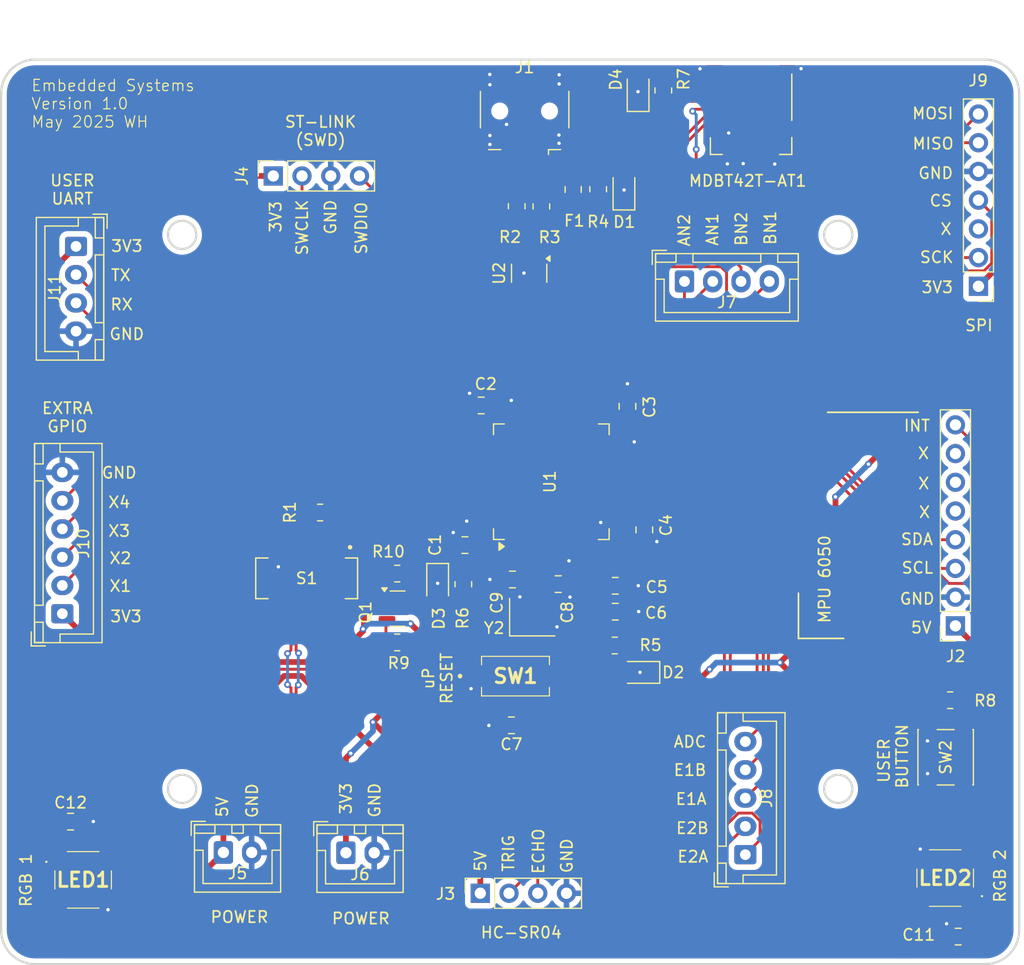
<source format=kicad_pcb>
(kicad_pcb (version 20241229) (generator "pcbnew") (generator_version "9.0")
  (layers (0 "F.Cu" signal) (2 "B.Cu" signal) (13 "F.Paste" user) (15 "B.Paste" user) (5 "F.SilkS" user "F.Silkscreen") (7 "B.SilkS" user "B.Silkscreen") (1 "F.Mask" user) (3 "B.Mask" user) (25 "Edge.Cuts" user))
  (net 0 "")
  (net 2 "/PS2_SCK")
  (net 3 "/PS2_MISO")
  (net 5 "/PS2_CS")
  (net 6 "/PS2_MOSI")
  (net 7 "Net-(U1-PA1)")
  (net 9 "/X4")
  (net 10 "/X3")
  (net 11 "/X1")
  (net 12 "/X2")
  (net 13 "/USER_TX")
  (net 16 "/USER_RX")
  (net 21 "/RESET")
  (net 28 "+3V3")
  (net 29 "GND")
  (net 33 "Net-(R1-Pad2)")
  (net 34 "/BOOT")
  (net 35 "/OSC_OUT")
  (net 36 "/OSC_IN")
  (net 37 "Net-(D1-A)")
  (net 39 "/D+")
  (net 40 "/D-")
  (net 41 "Net-(J1-VBUS)")
  (net 42 "/USB_CONN_D+")
  (net 43 "/USB_CONN_D-")
  (net 44 "Vusb")
  (net 45 "/USB_D+")
  (net 46 "/USB_D-")
  (net 47 "Net-(D2-A)")
  (net 48 "Net-(D3-A)")
  (net 49 "/USER_LED")
  (net 51 "+5V")
  (net 52 "/IMU_INT")
  (net 54 "/IMU_I2C_SCL")
  (net 56 "/IMU_I2C_SDA")
  (net 65 "Net-(D4-A)")
  (net 66 "/BL_WAKEUP")
  (net 67 "/BL_RX")
  (net 68 "/BL_TX")
  (net 69 "Net-(MDBT42T-AT1-INDICATOR)")
  (net 70 "/ULTRA_TRIG")
  (net 71 "/ULTRA_ECHO")
  (net 72 "/SWCLK")
  (net 73 "/SWDIO")
  (net 74 "/uBUTTON")
  (net 75 "/BN1")
  (net 76 "/AN1")
  (net 77 "/AN2")
  (net 78 "/BN2")
  (net 79 "/E2A")
  (net 80 "/E2B")
  (net 81 "/E1A")
  (net 82 "/E1B")
  (net 83 "/PWR_ADC")
  (net 84 "Net-(LED1-DOUT)")
  (net 85 "Net-(LED1-DIN)")
  (net 87 "/RGB_DIN")
  (footprint "Resistor_SMD:R_0805_2012Metric_Pad1.20x1.40mm_HandSolder" (layer "F.Cu") (at 137.68 42.715 -90)
    (property "Reference" "R2")
    (property "Value" "22")
  )
  (footprint "Package_QFP:LQFP-64_10x10mm_P0.5mm" (layer "F.Cu") (at 140.74 67.085 90)
    (property "Reference" "U1")
    (property "Value" "STM32F103RCTx")
  )
  (footprint "Resistor_SMD:R_0805_2012Metric_Pad1.20x1.40mm_HandSolder" (layer "F.Cu") (at 127.1175 81.3 180)
    (property "Reference" "R9")
    (property "Value" "10k")
  )
  (footprint "Resistor_SMD:R_0805_2012Metric_Pad1.20x1.40mm_HandSolder" (layer "F.Cu") (at 139.86 42.735 90)
    (property "Reference" "R3")
    (property "Value" "22")
  )
  (footprint "Capacitor_SMD:C_0805_2012Metric_Pad1.18x1.45mm_HandSolder" (layer "F.Cu") (at 98.2375 97.15)
    (property "Reference" "C12")
    (property "Value" "0.1uF")
  )
  (footprint "Connector_JST:JST_XH_B2B-XH-A_1x02_P2.50mm_Vertical" (layer "F.Cu") (at 122.58 99.9)
    (property "Reference" "J6")
    (property "Value" "CONN_3V3")
  )
  (footprint "Connector_PinHeader_2.54mm:PinHeader_1x07_P2.54mm_Vertical" (layer "F.Cu") (at 178.5 49.8 180)
    (property "Reference" "J9")
    (property "Value" "CONN_PS2")
  )
  (footprint "Connector_JST:JST_XH_B5B-XH-A_1x05_P2.50mm_Vertical" (layer "F.Cu") (at 157.89 100.07 90)
    (property "Reference" "J8")
    (property "Value" "CONN_HAL")
  )
  (footprint "Connector_PinSocket_2.54mm:PinSocket_1x08_P2.54mm_Vertical" (layer "F.Cu") (at 176.465 79.835 180)
    (property "Reference" "J2")
    (property "Value" "CONN_MPU6050")
  )
  (footprint "LED_SMD:LED_0805_2012Metric_Pad1.15x1.40mm_HandSolder" (layer "F.Cu") (at 148.41 32.475 90)
    (property "Reference" "D4")
    (property "Value" "BL_IND_LED")
  )
  (footprint "Package_TO_SOT_SMD:SOT-23" (layer "F.Cu") (at 127.1475 78.31)
    (property "Reference" "Q1")
    (property "Value" "BSS138")
  )
  (footprint "LED_SMD:LED_0805_2012Metric_Pad1.15x1.40mm_HandSolder" (layer "F.Cu") (at 130.69 76.18 -90)
    (property "Reference" "D3")
    (property "Value" "USER_LED")
  )
  (footprint "Resistor_SMD:R_0805_2012Metric_Pad1.20x1.40mm_HandSolder" (layer "F.Cu") (at 146.3475 81.57)
    (property "Reference" "R5")
    (property "Value" "10k")
  )
  (footprint "RGB_LED:INPI55TATPRPGPB" (layer "F.Cu") (at 99.35 102.3)
    (property "Reference" "LED1")
    (property "Value" "IN-PI55TATPRPGPB" (hide yes))
  )
  (footprint "Fuse:Fuse_0805_2012Metric_Pad1.15x1.40mm_HandSolder" (layer "F.Cu") (at 142.67 41.235 -90)
    (property "Reference" "F1")
    (property "Value" "PTCSMD")
  )
  (footprint "Capacitor_SMD:C_0805_2012Metric_Pad1.18x1.45mm_HandSolder" (layer "F.Cu") (at 137.3 75.73 180)
    (property "Reference" "C9")
    (property "Value" "22pF")
  )
  (footprint "Resistor_SMD:R_0805_2012Metric_Pad1.20x1.40mm_HandSolder" (layer "F.Cu") (at 127.1175 75.21 180)
    (property "Reference" "R10")
    (property "Value" "10k")
  )
  (footprint "Connector_PinSocket_2.54mm:PinSocket_1x04_P2.54mm_Vertical" (layer "F.Cu") (at 116.16 40.04 90)
    (property "Reference" "J4")
    (property "Value" "CONN_SWD")
  )
  (footprint "Resistor_SMD:R_0805_2012Metric_Pad1.20x1.40mm_HandSolder" (layer "F.Cu") (at 176 86.41)
    (property "Reference" "R8")
    (property "Value" "10k")
  )
  (footprint "Connector_JST:JST_XH_B4B-XH-A_1x04_P2.50mm_Vertical" (layer "F.Cu") (at 98.72 46.27 -90)
    (property "Reference" "J11")
    (property "Value" "CONN_UART")
  )
  (footprint "MDBT42T-AT:MDBT42T" (layer "F.Cu") (at 158.4 32.54)
    (property "Reference" "MDBT42T-AT1" (hide yes))
    (property "Value" "MDBT42T-AT" (hide yes))
  )
  (footprint "Capacitor_SMD:C_0805_2012Metric_Pad1.18x1.45mm_HandSolder" (layer "F.Cu") (at 134.54 60.34 180)
    (property "Reference" "C2")
    (property "Value" "0.1uF")
  )
  (footprint "Resistor_SMD:R_0805_2012Metric_Pad1.20x1.40mm_HandSolder" (layer "F.Cu") (at 132.96 76.15 -90)
    (property "Reference" "R6")
    (property "Value" "10k")
  )
  (footprint "Resistor_SMD:R_0805_2012Metric_Pad1.20x1.40mm_HandSolder" (layer "F.Cu") (at 150.64 32.475 90)
    (property "Reference" "R7")
    (property "Value" "10k")
  )
  (footprint "Capacitor_SMD:C_0805_2012Metric_Pad1.18x1.45mm_HandSolder" (layer "F.Cu") (at 148.96 71.34 -90)
    (property "Reference" "C4")
    (property "Value" "0.1uF")
  )
  (footprint "Package_TO_SOT_SMD:SOT-23-6" (layer "F.Cu") (at 138.78 48.6475 -90)
    (property "Reference" "U2")
    (property "Value" "USBLC6-2SC6")
  )
  (footprint "Capacitor_SMD:C_0805_2012Metric_Pad1.18x1.45mm_HandSolder" (layer "F.Cu") (at 146.39 76.29)
    (property "Reference" "C5")
    (property "Value" "0.1uF")
  )
  (footprint "Connector_PinSocket_2.54mm:PinSocket_1x04_P2.54mm_Vertical" (layer "F.Cu") (at 134.46 103.485 90)
    (property "Reference" "J3")
    (property "Value" "CONN_ULTRA")
  )
  (footprint "Connector_JST:JST_XH_B4B-XH-A_1x04_P2.50mm_Vertical" (layer "F.Cu") (at 152.51 49.37)
    (property "Reference" "J7")
    (property "Value" "CONN_DRIVE")
  )
  (footprint "Crystal:Crystal_SMD_Abracon_ABM8G-4Pin_3.2x2.5mm" (layer "F.Cu") (at 139.0525 79.07)
    (property "Reference" "Y2")
    (property "Value" "16MHz")
  )
  (footprint "SW_uP_Reset:SW_uP_Reset" (layer "F.Cu") (at 137.57 84.28)
    (property "Reference" "SW1")
    (property "Value" "SW_uP_Reset" (hide yes))
  )
  (footprint "Capacitor_SMD:C_0805_2012Metric_Pad1.18x1.45mm_HandSolder" (layer "F.Cu") (at 146.39 78.58)
    (property "Reference" "C6")
    (property "Value" "10uF")
  )
  (footprint "Connector_JST:JST_XH_B2B-XH-A_1x02_P2.50mm_Vertical" (layer "F.Cu") (at 111.75 99.875)
    (property "Reference" "J5")
    (property "Value" "CONN_5V")
  )
  (footprint "LED_SMD:LED_0805_2012Metric_Pad1.15x1.40mm_HandSolder" (layer "F.Cu") (at 148.4675 83.95 180)
    (property "Reference" "D2")
    (property "Value" "uP_PWR_LED")
  )
  (footprint "Capacitor_SMD:C_0805_2012Metric_Pad1.18x1.45mm_HandSolder" (layer "F.Cu") (at 133.1 72.69 180)
    (property "Reference" "C1")
    (property "Value" "0.1uF")
  )
  (footprint "RGB_LED:INPI55TATPRPGPB" (layer "F.Cu") (at 175.56 102.14 180)
    (property "Reference" "LED2")
    (property "Value" "IN-PI55TATPRPGPB" (hide yes))
  )
  (footprint "Capacitor_SMD:C_0805_2012Metric_Pad1.18x1.45mm_HandSolder" (layer "F.Cu") (at 141.35 76.14)
    (property "Reference" "C8")
    (property "Value" "22pF")
  )
  (footprint "Resistor_SMD:R_0805_2012Metric_Pad1.20x1.40mm_HandSolder" (layer "F.Cu") (at 120.3 69.81 180)
    (property "Reference" "R1")
    (property "Value" "10k")
  )
  (footprint "Connector_JST:JST_XH_B6B-XH-A_1x06_P2.50mm_Vertical" (layer "F.Cu") (at 97.51 78.76 90)
    (property "Reference" "J10")
    (property "Value" "CONN_TRACK")
  )
  (footprint "Capacitor_SMD:C_0805_2012Metric_Pad1.18x1.45mm_HandSolder" (layer "F.Cu") (at 147.47 60.42 90)
    (property "Reference" "C3")
    (property "Value" "0.1uF")
  )
  (footprint "Button_Switch_SMD:SW_SPST_PTS647_Sx50" (layer "F.Cu") (at 175.6 91.46 -90)
    (property "Reference" "SW2")
    (property "Value" "SW_USER")
  )
  (footprint "LED_SMD:LED_0805_2012Metric_Pad1.15x1.40mm_HandSolder" (layer "F.Cu") (at 147.16 41.185 90)
    (property "Reference" "D1")
    (property "Value" "USB_PWR_LED")
  )
  (footprint "SW_uP_Boot:SW_uP_Boot" (layer "F.Cu") (at 119.11 75.63 180)
    (property "Reference" "S1")
    (property "Value" "JS202011SCQN")
  )
  (footprint "Capacitor_SMD:C_0805_2012Metric_Pad1.18x1.45mm_HandSolder" (layer "F.Cu") (at 176.71 107.32 180)
    (property "Reference" "C11")
    (property "Value" "0.1uF")
  )
  (footprint "Connector_USB:USB_Mini-B_Lumberg_2486_01_Horizontal" (layer "F.Cu") (at 138.38 34.3 180)
    (property "Reference" "J1")
    (property "Value" "USB_B_Mini")
  )
  (footprint "Capacitor_SMD:C_0805_2012Metric_Pad1.18x1.45mm_HandSolder" (layer "F.Cu") (at 137.21 88.63 180)
    (property "Reference" "C7")
    (property "Value" "0.01uF")
  )
  (footprint "Resistor_SMD:R_0805_2012Metric_Pad1.20x1.40mm_HandSolder" (layer "F.Cu") (at 144.88 41.215 90)
    (property "Reference" "R4")
    (property "Value" "10k")
  )
  (gr_line (start 162.585 80.945) (end 166.585 80.945) (stroke (width 0.15)) (layer "F.SilkS"))
  (gr_line (start 162.585 80.945) (end 162.585 76.945) (stroke (width 0.15)) (layer "F.SilkS"))
  (gr_line (start 173.165 60.945) (end 165.165 60.945) (stroke (width 0.15)) (layer "F.SilkS"))
  (gr_arc (start 179.1 29.750001) (mid 181.22132 30.628681) (end 182.1 32.750001) (stroke (width 0.2)) (layer "Edge.Cuts"))
  (gr_arc (start 182.1 106.750001) (mid 181.22132 108.871321) (end 179.1 109.750001) (stroke (width 0.2)) (layer "Edge.Cuts"))
  (gr_line (start 179.1 29.750001) (end 95.100001 29.750001) (stroke (width 0.2)) (layer "Edge.Cuts"))
  (gr_circle (center 108.1 94.250001) (end 109.35 94.250001) (stroke (width 0.2)) (fill no) (layer "Edge.Cuts"))
  (gr_circle (center 108.1 45.250001) (end 109.35 45.250001) (stroke (width 0.2)) (fill no) (layer "Edge.Cuts"))
  (gr_line (start 179.1 109.750001) (end 95.100001 109.750001) (stroke (width 0.2)) (layer "Edge.Cuts"))
  (gr_arc (start 95.100001 109.750001) (mid 92.97868 108.871321) (end 92.1 106.75) (stroke (width 0.2)) (layer "Edge.Cuts"))
  (gr_arc (start 92.1 32.750002) (mid 92.97868 30.628681) (end 95.100001 29.750001) (stroke (width 0.2)) (layer "Edge.Cuts"))
  (gr_line (start 182.1 106.750001) (end 182.1 32.750001) (stroke (width 0.2)) (layer "Edge.Cuts"))
  (gr_circle (center 166.1 94.250001) (end 167.35 94.250001) (stroke (width 0.2)) (fill no) (layer "Edge.Cuts"))
  (gr_circle (center 166.1 45.250001) (end 167.35 45.250001) (stroke (width 0.2)) (fill no) (layer "Edge.Cuts"))
  (gr_line (start 92.1 106.75) (end 92.1 32.750002) (stroke (width 0.2)) (layer "Edge.Cuts"))
  (gr_text "5V" (at 111.65 95.84 90) (layer "F.SilkS") (effects (font (size 1 1))))
  (gr_text "X2" (at 102.65 73.85 0) (layer "F.SilkS") (effects (font (size 1 1))))
  (gr_text "ECHO" (at 139.6 99.77 90) (layer "F.SilkS") (effects (font (size 1 1))))
  (gr_text "E1B" (at 153 92.59 0) (layer "F.SilkS") (effects (font (size 1 1))))
  (gr_text "AN1" (at 154.98 44.77 90) (layer "F.SilkS") (effects (font (size 1 1))))
  (gr_text "X" (at 173.73 69.78 0) (layer "F.SilkS") (effects (font (size 1 1))))
  (gr_text "GND" (at 121.22 43.68 90) (layer "F.SilkS") (effects (font (size 1 1))))
  (gr_text "MOSI" (at 174.46 34.51 0) (layer "F.SilkS") (effects (font (size 1 1))))
  (gr_text "3V3" (at 103.22 46.24 0) (layer "F.SilkS") (effects (font (size 1 1))))
  (gr_text "E2A" (at 153.25 100.25 0) (layer "F.SilkS") (effects (font (size 1 1))))
  (gr_text "TX" (at 102.68 48.82 0) (layer "F.SilkS") (effects (font (size 1 1))))
  (gr_text "GND" (at 103.21 54.03 0) (layer "F.SilkS") (effects (font (size 1 1))))
  (gr_text "HC-SR04" (at 138.08 106.96 0) (layer "F.SilkS") (effects (font (size 1 1))))
  (gr_text "3V3" (at 116.37 43.65 90) (layer "F.SilkS") (effects (font (size 1 1))))
  (gr_text "E1A" (at 153.1 95.15 0) (layer "F.SilkS") (effects (font (size 1 1))))
  (gr_text "X" (at 175.63 44.74 0) (layer "F.SilkS") (effects (font (size 1 1))))
  (gr_text "RX" (at 102.75 51.41 0) (layer "F.SilkS") (effects (font (size 1 1))))
  (gr_text "X4" (at 102.54 68.9 0) (layer "F.SilkS") (effects (font (size 1 1))))
  (gr_text "SCL" (at 173.1 74.7 0) (layer "F.SilkS") (effects (font (size 1 1))))
  (gr_text "SDA" (at 173.06 72.18 0) (layer "F.SilkS") (effects (font (size 1 1))))
  (gr_text "POWER" (at 123.9 105.72 0) (layer "F.SilkS") (effects (font (size 1 1))))
  (gr_text "GND" (at 125.12 95.26 90) (layer "F.SilkS") (effects (font (size 1 1))))
  (gr_text "3V3" (at 174.86 49.89 0) (layer "F.SilkS") (effects (font (size 1 1))))
  (gr_text "GND" (at 114.29 95.3 90) (layer "F.SilkS") (effects (font (size 1 1))))
  (gr_text "3V3" (at 103.14 79 0) (layer "F.SilkS") (effects (font (size 1 1))))
  (gr_text "MPU 6050" (at 165.485 79.685 90) (layer "F.SilkS") (effects (font (size 1 1)) (justify left bottom)))
  (gr_text "ADC" (at 153 90.09 0) (layer "F.SilkS") (effects (font (size 1 1))))
  (gr_text "uP \nRESET " (at 130.68 84.1 90) (layer "F.SilkS") (effects (font (size 1 1))))
  (gr_text "RGB 1" (at 94.29 102.33 90) (layer "F.SilkS") (effects (font (size 1 1))))
  (gr_text "5V" (at 173.45 79.99 0) (layer "F.SilkS") (effects (font (size 1 1))))
  (gr_text "INT" (at 173.06 62.13 0) (layer "F.SilkS") (effects (font (size 1 1))))
  (gr_text "SWDIO" (at 123.94 44.66 90) (layer "F.SilkS") (effects (font (size 1 1))))
  (gr_text "GND" (at 173.08 77.44 0) (layer "F.SilkS") (effects (font (size 1 1))))
  (gr_text "3V3" (at 122.58 95.11 90) (layer "F.SilkS") (effects (font (size 1 1))))
  (gr_text "SCK" (at 174.81 47.23 0) (layer "F.SilkS") (effects (font (size 1 1))))
  (gr_text "USER\nUART" (at 98.4 41.25 0) (layer "F.SilkS") (effects (font (size 1 1))))
  (gr_text "TRIG" (at 136.95 99.95 90) (layer "F.SilkS") (effects (font (size 1 1))))
  (gr_text "EXTRA\nGPIO" (at 97.96 61.39 0) (layer "F.SilkS") (effects (font (size 1 1))))
  (gr_text "GND\n" (at 174.72 39.79 0) (layer "F.SilkS") (effects (font (size 1 1))))
  (gr_text "GND" (at 102.54 66.29 0) (layer "F.SilkS") (effects (font (size 1 1))))
  (gr_text "X3" (at 102.54 71.44 0) (layer "F.SilkS") (effects (font (size 1 1))))
  (gr_text "X1" (at 102.65 76.31 0) (layer "F.SilkS") (effects (font (size 1 1))))
  (gr_text "X" (at 173.66 67.24 0) (layer "F.SilkS") (effects (font (size 1 1))))
  (gr_text "CS" (at 175.17 42.23 0) (layer "F.SilkS") (effects (font (size 1 1))))
  (gr_text "USER \nBUTTON" (at 170.95 91.37 90) (layer "F.SilkS") (effects (font (size 1 1))))
  (gr_text "BN1" (at 160.1 44.63 90) (layer "F.SilkS") (effects (font (size 1 1))))
  (gr_text "Embedded Systems\nVersion 1.0\nMay 2025 WH" (at 94.71 35.84 0) (layer "F.SilkS") (effects (font (size 1 1) (thickness 0.1)) (justify left bottom)))
  (gr_text "MISO" (at 174.49 37.18 0) (layer "F.SilkS") (effects (font (size 1 1))))
  (gr_text "X" (at 173.64 64.57 0) (layer "F.SilkS") (effects (font (size 1 1))))
  (gr_text "SPI" (at 178.54 53.26 0) (layer "F.SilkS") (effects (font (size 1 1))))
  (gr_text "MDBT42T-AT1" (at 158.1 40.47 0) (layer "F.SilkS") (effects (font (size 1 1))))
  (gr_text "GND" (at 142.11 100.17 90) (layer "F.SilkS") (effects (font (size 1 1))))
  (gr_text "AN2" (at 152.49 44.83 90) (layer "F.SilkS") (effects (font (size 1 1))))
  (gr_text "SWCLK" (at 118.71 44.6 90) (layer "F.SilkS") (effects (font (size 1 1))))
  (gr_text "ST-LINK\n(SWD)" (at 120.34 36.06 0) (layer "F.SilkS") (effects (font (size 1 1))))
  (gr_text "5V" (at 134.48 100.64 90) (layer "F.SilkS") (effects (font (size 1 1))))
  (gr_text "POWER" (at 113.17 105.59 0) (layer "F.SilkS") (effects (font (size 1 1))))
  (gr_text "RGB 2" (at 180.4 101.94 90) (layer "F.SilkS") (effects (font (size 1 1))))
  (gr_text "E2B" (at 153.21 97.73 0) (layer "F.SilkS") (effects (font (size 1 1))))
  (gr_text "BN2" (at 157.54 44.72 90) (layer "F.SilkS") (effects (font (size 1 1))))
  (segment (start 160.107831 55.185) (end 144.495404 55.185) (width 0.254) (layer "F.Cu") (net 2))
  (segment (start 168.032831 47.26) (end 160.107831 55.185) (width 0.254) (layer "F.Cu") (net 2))
  (segment (start 178.5 47.26) (end 168.032831 47.26) (width 0.254) (layer "F.Cu") (net 2))
  (segment (start 143.99 55.690404) (end 143.99 61.41) (width 0.254) (layer "F.Cu") (net 2))
  (segment (start 144.495404 55.185) (end 143.99 55.690404) (width 0.254) (layer "F.Cu") (net 2))
  (segment (start 176.603468 37.1) (end 178.5 37.1) (width 0.254) (layer "F.Cu") (net 3))
  (segment (start 159.919363 54.73) (end 168.433 46.216362) (width 0.254) (layer "F.Cu") (net 3))
  (segment (start 143.49 61.41) (end 143.49 55.546936) (width 0.254) (layer "F.Cu") (net 3))
  (segment (start 144.306936 54.73) (end 159.919363 54.73) (width 0.254) (layer "F.Cu") (net 3))
  (segment (start 143.49 55.546936) (end 144.306936 54.73) (width 0.254) (layer "F.Cu") (net 3))
  (segment (start 168.433 45.270468) (end 176.603468 37.1) (width 0.254) (layer "F.Cu") (net 3))
  (segment (start 168.433 46.216362) (end 168.433 45.270468) (width 0.254) (layer "F.Cu") (net 3))
  (segment (start 178.987944 48.438) (end 179.678 47.747944) (width 0.254) (layer "F.Cu") (net 5))
  (segment (start 144.49 61.41) (end 144.49 55.833872) (width 0.254) (layer "F.Cu") (net 5))
  (segment (start 144.683872 55.64) (end 160.296299 55.64) (width 0.254) (layer "F.Cu") (net 5))
  (segment (start 167.498299 48.438) (end 178.987944 48.438) (width 0.254) (layer "F.Cu") (net 5))
  (segment (start 179.678 43.358) (end 178.5 42.18) (width 0.254) (layer "F.Cu") (net 5))
  (segment (start 144.49 55.833872) (end 144.683872 55.64) (width 0.254) (layer "F.Cu") (net 5))
  (segment (start 160.296299 55.64) (end 167.498299 48.438) (width 0.254) (layer "F.Cu") (net 5))
  (segment (start 179.678 47.747944) (end 179.678 43.358) (width 0.254) (layer "F.Cu") (net 5))
  (segment (start 159.730895 54.275) (end 167.978 46.027895) (width 0.254) (layer "F.Cu") (net 6))
  (segment (start 167.978 45.082) (end 178.5 34.56) (width 0.254) (layer "F.Cu") (net 6))
  (segment (start 144.118468 54.275) (end 159.730895 54.275) (width 0.254) (layer "F.Cu") (net 6))
  (segment (start 167.978 46.027895) (end 167.978 45.082) (width 0.254) (layer "F.Cu") (net 6))
  (segment (start 142.99 55.403468) (end 144.118468 54.275) (width 0.254) (layer "F.Cu") (net 6))
  (segment (start 142.99 61.41) (end 142.99 55.403468) (width 0.254) (layer "F.Cu") (net 6))
  (segment (start 143.99 72.76) (end 144.49 72.76) (width 0.254) (layer "F.Cu") (net 7))
  (segment (start 100.935 65.335) (end 97.51 68.76) (width 0.254) (layer "F.Cu") (net 9))
  (segment (start 135.065 65.335) (end 100.935 65.335) (width 0.254) (layer "F.Cu") (net 9))
  (segment (start 102.935 65.835) (end 97.51 71.26) (width 0.254) (layer "F.Cu") (net 10))
  (segment (start 135.065 65.835) (end 102.935 65.835) (width 0.254) (layer "F.Cu") (net 10))
  (segment (start 106.935 66.835) (end 97.51 76.26) (width 0.254) (layer "F.Cu") (net 11))
  (segment (start 135.065 66.835) (end 106.935 66.835) (width 0.254) (layer "F.Cu") (net 11))
  (segment (start 104.935 66.335) (end 97.51 73.76) (width 0.254) (layer "F.Cu") (net 12))
  (segment (start 135.065 66.335) (end 104.935 66.335) (width 0.254) (layer "F.Cu") (net 12))
  (segment (start 135.065 64.335) (end 114.285 64.335) (width 0.254) (layer "F.Cu") (net 13))
  (segment (start 114.285 64.335) (end 98.72 48.77) (width 0.254) (layer "F.Cu") (net 13))
  (segment (start 135.065 64.835) (end 112.285 64.835) (width 0.254) (layer "F.Cu") (net 16))
  (segment (start 112.285 64.835) (end 98.72 51.27) (width 0.254) (layer "F.Cu") (net 16))
  (segment (start 139.99 72.76) (end 139.99 74.066532) (width 0.254) (layer "F.Cu") (net 21))
  (segment (start 139.99 74.066532) (end 141.37 75.446532) (width 0.254) (layer "F.Cu") (net 21))
  (segment (start 140.92 84.28) (end 140.92 85.9575) (width 0.254) (layer "F.Cu") (net 21))
  (segment (start 141.868 79.659873) (end 141.868 83.332) (width 0.254) (layer "F.Cu") (net 21))
  (segment (start 141.37 79.161873) (end 141.868 79.659873) (width 0.254) (layer "F.Cu") (net 21))
  (segment (start 141.37 75.446532) (end 141.37 79.161873) (width 0.254) (layer "F.Cu") (net 21))
  (segment (start 141.868 83.332) (end 140.92 84.28) (width 0.254) (layer "F.Cu") (net 21))
  (segment (start 140.92 85.9575) (end 138.2475 88.63) (width 0.254) (layer "F.Cu") (net 21))
  (segment (start 126.95 90.33) (end 124.97 88.35) (width 0.508) (layer "F.Cu") (net 28))
  (segment (start 159.735 39.302732) (end 160.177268 39.745) (width 0.508) (layer "F.Cu") (net 28))
  (segment (start 124.18 80.02) (end 124.1 80.1) (width 0.508) (layer "F.Cu") (net 28))
  (segment (start 121.61 72.88) (end 121.61 74.95) (width 0.508) (layer "F.Cu") (net 28))
  (segment (start 147.295 63.335) (end 147.47 63.16) (width 0.254) (layer "F.Cu") (net 28))
  (segment (start 95.315 83.035) (end 94.08 81.8) (width 0.508) (layer "F.Cu") (net 28))
  (segment (start 133.78 71.21) (end 133.78 72.3325) (width 0.254) (layer "F.Cu") (net 28))
  (segment (start 145.3475 81.57) (end 145.3475 84.1825) (width 0.508) (layer "F.Cu") (net 28))
  (segment (start 145.3525 78.58) (end 145.3525 76.29) (width 0.508) (layer "F.Cu") (net 28))
  (segment (start 101.785 83.035) (end 95.315 83.035) (width 0.508) (layer "F.Cu") (net 28))
  (segment (start 124.1 80.3) (end 121.365 83.035) (width 0.508) (layer "F.Cu") (net 28))
  (segment (start 135.6475 60.27) (end 135.5775 60.34) (width 0.254) (layer "F.Cu") (net 28))
  (segment (start 148.4925 69.835) (end 148.96 70.3025) (width 0.254) (layer "F.Cu") (net 28))
  (segment (start 124.97 88.35) (end 129.1725 84.1475) (width 0.508) (layer "F.Cu") (net 28))
  (segment (start 180.7 47.6) (end 178.5 49.8) (width 0.508) (layer "F.Cu") (net 28))
  (segment (start 142.3 87.23) (end 151.18 87.23) (width 0.508) (layer "F.Cu") (net 28))
  (segment (start 147.47 63.16) (end 147.47 61.4575) (width 0.254) (layer "F.Cu") (net 28))
  (segment (start 159.735 38.677268) (end 159.735 39.302732) (width 0.508) (layer "F.Cu") (net 28))
  (segment (start 142.99 72.76) (end 142.99 70.305) (width 0.254) (layer "F.Cu") (net 28))
  (segment (start 151.18 87.23) (end 154.73 83.68) (width 0.508) (layer "F.Cu") (net 28))
  (segment (start 101.785 83.035) (end 97.51 78.76) (width 0.508) (layer "F.Cu") (net 28))
  (segment (start 94.08 50.91) (end 94.08 46.14) (width 0.508) (layer "F.Cu") (net 28))
  (segment (start 121.61 74.95) (end 124.1 77.44) (width 0.508) (layer "F.Cu") (net 28))
  (segment (start 142.3 87.23) (end 139.2 90.33) (width 0.508) (layer "F.Cu") (net 28))
  (segment (start 142.99 70.305) (end 142.52 69.835) (width 0.254) (layer "F.Cu") (net 28))
  (segment (start 121.365 83.035) (end 101.785 83.035) (width 0.508) (layer "F.Cu") (net 28))
  (segment (start 180.7 53.6) (end 168.77 65.53) (width 0.508) (layer "F.Cu") (net 28))
  (segment (start 136.66 60.27) (end 135.6475 60.27) (width 0.254) (layer "F.Cu") (net 28))
  (segment (start 136.99 61.41) (end 136.99 60.6) (width 0.254) (layer "F.Cu") (net 28))
  (segment (start 144.93 69.385) (end 144.48 69.835) (width 0.254) (layer "F.Cu") (net 28))
  (segment (start 142.99 73.9275) (end 145.3525 76.29) (width 0.254) (layer "F.Cu") (net 28))
  (segment (start 129.1725 80.5225) (end 128.29 79.64) (width 0.508) (layer "F.Cu") (net 28))
  (segment (start 159.8 38.612268) (end 159.735 38.677268) (width 0.508) (layer "F.Cu") (net 28))
  (segment (start 94.08 50.91) (end 98.72 46.27) (width 0.508) (layer "F.Cu") (net 28))
  (segment (start 145.155 63.335) (end 144.93 63.56) (width 0.254) (layer "F.Cu") (net 28))
  (segment (start 159.8 37.74) (end 159.8 38.612268) (width 0.508) (layer "F.Cu") (net 28))
  (segment (start 124.18 77.36) (end 126.21 77.36) (width 0.508) (layer "F.Cu") (net 28))
  (segment (start 100.18 40.04) (end 116.16 40.04) (width 0.508) (layer "F.Cu") (net 28))
  (segment (start 124.1 77.44) (end 124.18 77.36) (width 0.508) (layer "F.Cu") (net 28))
  (segment (start 136.99 60.6) (end 136.66 60.27) (width 0.254) (layer "F.Cu") (net 28))
  (segment (start 145.3475 84.1825) (end 142.3 87.23) (width 0.508) (layer "F.Cu") (net 28))
  (segment (start 124.1 80.1) (end 124.1 80.3) (width 0.508) (layer "F.Cu") (net 28))
  (segment (start 133.78 72.3325) (end 134.1375 72.69) (width 0.254) (layer "F.Cu") (net 28))
  (segment (start 177.21 32.67) (end 179.71 32.67) (width 0.508) (layer "F.Cu") (net 28))
  (segment (start 180.7 47.6) (end 180.7 53.6) (width 0.508) (layer "F.Cu") (net 28))
  (segment (start 175 86.41) (end 164.28 86.41) (width 0.508) (layer "F.Cu") (net 28))
  (segment (start 144.48 69.835) (end 142.52 69.835) (width 0.254) (layer "F.Cu") (net 28))
  (segment (start 180.7 33.66) (end 180.7 47.6) (width 0.508) (layer "F.Cu") (net 28))
  (segment (start 124.18 77.36) (end 124.18 80.02) (width 0.508) (layer "F.Cu") (net 28))
  (segment (start 144.93 63.56) (end 144.93 69.385) (width 0.254) (layer "F.Cu") (net 28))
  (segment (start 160.95 83.08) (end 165.86 78.17) (width 0.508) (layer "F.Cu") (net 28))
  (segment (start 170.135 39.745) (end 177.21 32.67) (width 0.508) (layer "F.Cu") (net 28))
  (segment (start 137.615 69.835) (end 136.99 69.21) (width 0.254) (layer "F.Cu") (net 28))
  (segment (start 164.28 86.41) (end 160.95 83.08) (width 0.508) (layer "F.Cu") (net 28))
  (segment (start 124.1 77.44) (end 126.1175 75.4225) (width 0.508) (layer "F.Cu") (net 28))
  (segment (start 136.99 69.21) (end 136.99 61.41) (width 0.254) (layer "F.Cu") (net 28))
  (segment (start 94.08 46.14) (end 100.18 40.04) (width 0.508) (layer "F.Cu") (net 28))
  (segment (start 142.99 72.76) (end 142.99 73.9275) (width 0.254) (layer "F.Cu") (net 28))
  (segment (start 145.3475 78.585) (end 145.3525 78.58) (width 0.508) (layer "F.Cu") (net 28))
  (segment (start 139.2 90.33) (end 126.95 90.33) (width 0.508) (layer "F.Cu") (net 28))
  (segment (start 145.3475 81.57) (end 145.3475 78.585) (width 0.508) (layer "F.Cu") (net 28))
  (segment (start 136.99 69.21) (end 136.99 70.45) (width 0.254) (layer "F.Cu") (net 28))
  (segment (start 165.86 78.17) (end 165.86 68.42) (width 0.508) (layer "F.Cu") (net 28))
  (segment (start 129.1725 84.1475) (end 129.1725 80.5225) (width 0.508) (layer "F.Cu") (net 28))
  (segment (start 160.177268 39.745) (end 170.135 39.745) (width 0.508) (layer "F.Cu") (net 28))
  (segment (start 179.71 32.67) (end 180.7 33.66) (width 0.508) (layer "F.Cu") (net 28))
  (segment (start 94.08 81.8) (end 94.08 50.91) (width 0.508) (layer "F.Cu") (net 28))
  (segment (start 134.155 70.835) (end 133.78 71.21) (width 0.254) (layer "F.Cu") (net 28))
  (segment (start 126.1175 75.4225) (end 126.1175 75.21) (width 0.508) (layer "F.Cu") (net 28))
  (segment (start 146.415 69.835) (end 148.4925 69.835) (width 0.254) (layer "F.Cu") (net 28))
  (segment (start 146.415 63.335) (end 147.295 63.335) (width 0.254) (layer "F.Cu") (net 28))
  (segment (start 122.58 91.54) (end 123.01 91.11) (width 0.508) (layer "F.Cu") (net 28))
  (segment (start 136.605 70.835) (end 135.065 70.835) (width 0.254) (layer "F.Cu") (net 28))
  (segment (start 146.415 69.835) (end 144.48 69.835) (width 0.254) (layer "F.Cu") (net 28))
  (segment (start 135.065 70.835) (end 134.155 70.835) (width 0.254) (layer "F.Cu") (net 28))
  (segment (start 146.415 63.335) (end 145.155 63.335) (width 0.254) (layer "F.Cu") (net 28))
  (segment (start 122.58 99.9) (end 122.58 91.54) (width 0.508) (layer "F.Cu") (net 28))
  (segment (start 142.52 69.835) (end 137.615 69.835) (width 0.254) (layer "F.Cu") (net 28))
  (segment (start 136.99 70.45) (end 136.605 70.835) (width 0.254) (layer "F.Cu") (net 28))
  (via (at 154.73 83.68) (size 0.6) (drill 0.3) (layers "F.Cu" "B.Cu") (net 28))
  (via (at 128.29 79.64) (size 0.6) (drill 0.3) (layers "F.Cu" "B.Cu") (net 28))
  (via (at 165.86 68.42) (size 0.6) (drill 0.3) (layers "F.Cu" "B.Cu") (net 28))
  (via (at 168.77 65.53) (size 0.6) (drill 0.3) (layers "F.Cu" "B.Cu") (net 28))
  (via (at 124.97 88.35) (size 0.6) (drill 0.3) (layers "F.Cu" "B.Cu") (net 28))
  (via (at 160.95 83.08) (size 0.6) (drill 0.3) (layers "F.Cu" "B.Cu") (net 28))
  (via (at 123.01 91.11) (size 0.6) (drill 0.3) (layers "F.Cu" "B.Cu") (net 28))
  (via (at 124.1 80.1) (size 0.6) (drill 0.3) (layers "F.Cu" "B.Cu") (net 28))
  (segment (start 128.29 79.64) (end 124.56 79.64) (width 0.508) (layer "B.Cu") (net 28))
  (segment (start 160.95 83.08) (end 155.33 83.08) (width 0.508) (layer "B.Cu") (net 28))
  (segment (start 155.33 83.08) (end 154.73 83.68) (width 0.508) (layer "B.Cu") (net 28))
  (segment (start 124.56 79.64) (end 124.1 80.1) (width 0.508) (layer "B.Cu") (net 28))
  (segment (start 168.77 65.53) (end 165.88 68.42) (width 0.508) (layer "B.Cu") (net 28))
  (segment (start 165.88 68.42) (end 165.86 68.42) (width 0.508) (layer "B.Cu") (net 28))
  (segment (start 124.97 89.15) (end 124.97 88.35) (width 0.508) (layer "B.Cu") (net 28))
  (segment (start 123.01 91.11) (end 124.97 89.15) (width 0.508) (layer "B.Cu") (net 28))
  (segment (start 145.465 70.335) (end 145.11 70.69) (width 0.254) (layer "F.Cu") (net 29))
  (segment (start 137.96 77.27) (end 137.96 78.2125) (width 0.508) (layer "F.Cu") (net 29))
  (segment (start 148.43 76.28) (end 147.4375 76.28) (width 0.508) (layer "F.Cu") (net 29))
  (segment (start 173.36 99.59) (end 173.35 99.58) (width 0.508) (layer "F.Cu") (net 29))
  (segment (start 135.31 75.73) (end 136.2625 75.73) (width 0.508) (layer "F.Cu") (net 29))
  (segment (start 160.5 38.98) (end 160.49 38.99) (width 0.381) (layer "F.Cu") (net 29))
  (segment (start 175.6725 106.1875) (end 175.68 106.18) (width 0.508) (layer "F.Cu") (net 29))
  (segment (start 100.24 97.15) (end 100.25 97.14) (width 0.508) (layer "F.Cu") (net 29))
  (segment (start 135.065 70.335) (end 133.495 70.335) (width 0.254) (layer "F.Cu") (net 29))
  (segment (start 174 88.835) (end 174 90) (width 0.508) (layer "F.Cu") (net 29))
  (segment (start 160.5 37.74) (end 160.5 38.98) (width 0.381) (layer "F.Cu") (net 29))
  (segment (start 173.36 100.54) (end 173.36 99.59) (width 0.508) (layer "F.Cu") (net 29))
  (segment (start 137.96 78.2125) (end 137.9525 78.22) (width 0.508) (layer "F.Cu") (net 29))
  (segment (start 147.4375 78.57) (end 147.4275 78.58) (width 0.508) (layer "F.Cu") (net 29))
  (segment (start 141.24 79.92) (end 140.1525 79.92) (width 0.508) (layer "F.Cu") (net 29))
  (segment (start 136.1725 88.63) (end 135.23 88.63) (width 0.508) (layer "F.Cu") (net 29))
  (segment (start 138.78 48.17) (end 138.32 48.63) (width 0.254) (layer "F.Cu") (net 29))
  (segment (start 148.41 33.5) (end 148.41 32.595) (width 0.508) (layer "F.Cu") (net 29))
  (segment (start 138.78 47.51) (end 138.78 48.17) (width 0.254) (layer "F.Cu") (net 29))
  (segment (start 135.23 88.63) (end 135.22 88.64) (width 0.508) (layer "F.Cu") (net 29))
  (segment (start 133.51 60.3325) (end 133.5025 60.34) (width 0.508) (layer "F.Cu") (net 29))
  (segment (start 137.49 61.41) (end 137.49 60.18) (width 0.254) (layer "F.Cu") (net 29))
  (segment (start 133.495 70.335) (end 133.26 70.57) (width 0.254) (layer "F.Cu") (net 29))
  (segment (start 142.39 76.1425) (end 142.3875 76.14) (width 0.508) (layer "F.Cu") (net 29))
  (segment (start 137.49 60.18) (end 137.2 59.89) (width 0.254) (layer "F.Cu") (net 29))
  (segment (start 132.07 71.58) (end 132.07 72.6825) (width 0.508) (layer "F.Cu") (net 29))
  (segment (start 146.415 63.835) (end 147.795 63.835) (width 0.254) (layer "F.Cu") (net 29))
  (segment (start 132.07 72.6825) (end 132.0625 72.69) (width 0.508) (layer "F.Cu") (net 29))
  (segment (start 155.2 30.54) (end 155.18 30.56) (width 0.381) (layer "F.Cu") (net 29))
  (segment (start 147.795 63.835) (end 148.07 63.56) (width 0.254) (layer "F.Cu") (net 29))
  (segment (start 133.64 85.39) (end 133.64 84.86) (width 0.508) (layer "F.Cu") (net 29))
  (segment (start 174 94.085) (end 174 92.9) (width 0.508) (layer "F.Cu") (net 29))
  (segment (start 136.78 37) (end 136.78 35.48) (width 0.381) (layer "F.Cu") (net 29))
  (segment (start 116.61 74.61) (end 116.61 72.88) (width 0.508) (layer "F.Cu") (net 29))
  (segment (start 155.2 36.24) (end 156.42 36.24) (width 0.381) (layer "F.Cu") (net 29))
  (segment (start 155.18 30.56) (end 153.88 30.56) (width 0.381) (layer "F.Cu") (net 29))
  (segment (start 147.17 42.2) (end 147.16 42.21) (width 0.508) (layer "F.Cu") (net 29))
  (segment (start 174 90) (end 173.99 90.01) (width 0.508) (layer "F.Cu") (net 29))
  (segment (start 142.39 77.29) (end 142.39 76.1425) (width 0.508) (layer "F.Cu") (net 29))
  (segment (start 148.9625 72.38) (end 148.96 72.3775) (width 0.508) (layer "F.Cu") (net 29))
  (segment (start 130.69 76.07) (end 130.69 75.155) (width 0.508) (layer "F.Cu") (net 29))
  (segment (start 156.3 37.74) (end 156.3 38.97) (width 0.381) (layer "F.Cu") (net 29))
  (segment (start 157.7 37.74) (end 157.7 38.95) (width 0.381) (layer "F.Cu") (net 29))
  (segment (start 147.47 58.42) (end 147.47 59.3825) (width 0.508) (layer "F.Cu") (net 29))
  (segment (start 142.49 72.76) (end 142.49 73.89) (width 0.254) (layer "F.Cu") (net 29))
  (segment (start 133.51 59.26) (end 133.51 60.3325) (width 0.508) (layer "F.Cu") (net 29))
  (segment (start 148.58 83.95) (end 149.4925 83.95) (width 0.508) (layer "F.Cu") (net 29))
  (segment (start 175.6725 107.32) (end 175.6725 106.1875) (width 0.508) (layer "F.Cu") (net 29))
  (segment (start 147.17 41.28) (end 147.17 42.2) (width 0.508) (layer "F.Cu") (net 29))
  (segment (start 133.64 84.86) (end 134.22 84.28) (width 0.508) (layer "F.Cu") (net 29))
  (segment (start 101.55 103.9) (end 101.55 104.94) (width 0.508) (layer "F.Cu") (net 29))
  (segment (start 142.49 73.89) (end 142.3 74.08) (width 0.254) (layer "F.Cu") (net 29))
  (segment (start 147.4375 76.28) (end 147.4275 76.29) (width 0.508) (layer "F.Cu") (net 29))
  (segment (start 146.415 70.335) (end 145.465 70.335) (width 0.254) (layer "F.Cu") (net 29))
  (segment (start 148.46 78.57) (end 147.4375 78.57) (width 0.508) (layer "F.Cu") (net 29))
  (segment (start 148.41 32.595) (end 148.4 32.585) (width 0.508) (layer "F.Cu") (net 29))
  (segment (start 161.6 30.54) (end 162.81 30.54) (width 0.381) (layer "F.Cu") (net 29))
  (segment (start 150.07 72.38) (end 148.9625 72.38) (width 0.508) (layer "F.Cu") (net 29))
  (segment (start 162.81 30.54) (end 162.82 30.55) (width 0.381) (layer "F.Cu") (net 29))
  (segment (start 99.275 97.15) (end 100.24 97.15) (width 0.508) (layer "F.Cu") (net 29))
  (via (at 135.3 31.06) (size 0.6) (drill 0.3) (layers "F.Cu" "B.Cu") (net 29))
  (via (at 135.31 31.97) (size 0.6) (drill 0.3) (layers "F.Cu" "B.Cu") (net 29))
  (via (at 138.32 48.63) (size 0.6) (drill 0.3) (layers "F.Cu" "B.Cu") (net 29))
  (via (at 101.55 104.94) (size 0.6) (drill 0.3) (layers "F.Cu" "B.Cu") (net 29))
  (via (at 136.78 35.48) (size 0.6) (drill 0.3) (layers "F.Cu" "B.Cu") (net 29))
  (via (at 137.2 59.89) (size 0.6) (drill 0.3) (layers "F.Cu" "B.Cu") (net 29))
  (via (at 135.31 36.46) (size 0.6) (drill 0.3) (layers "F.Cu" "B.Cu") (net 29))
  (via (at 100.25 97.14) (size 0.6) (drill 0.3) (layers "F.Cu" "B.Cu") (net 29))
  (via (at 148.43 76.28) (size 0.6) (drill 0.3) (layers "F.Cu" "B.Cu") (net 29))
  (via (at 133.26 70.57) (size 0.6) (drill 0.3) (layers "F.Cu" "B.Cu") (net 29))
  (via (at 160.49 38.99) (size 0.6) (drill 0.3) (layers "F.Cu" "B.Cu") (net 29))
  (via (at 156.3 38.97) (size 0.6) (drill 0.3) (layers "F.Cu" "B.Cu") (net 29))
  (via (at 135.31 75.73) (size 0.6) (drill 0.3) (layers "F.Cu" "B.Cu") (net 29))
  (via (at 141.24 79.92) (size 0.6) (drill 0.3) (layers "F.Cu" "B.Cu") (net 29))
  (via (at 116.61 74.61) (size 0.6) (drill 0.3) (layers "F.Cu" "B.Cu") (net 29))
  (via (at 162.82 30.55) (size 0.6) (drill 0.3) (layers "F.Cu" "B.Cu") (net 29))
  (via (at 150.07 72.38) (size 0.6) (drill 0.3) (layers "F.Cu" "B.Cu") (net 29))
  (via (at 174 92.9) (size 0.6) (drill 0.3) (layers "F.Cu" "B.Cu") (net 29))
  (via (at 132.07 71.58) (size 0.6) (drill 0.3) (layers "F.Cu" "B.Cu") (net 29))
  (via (at 133.64 85.39) (size 0.6) (drill 0.3) (layers "F.Cu" "B.Cu") (net 29))
  (via (at 141.41 36.42) (size 0.6) (drill 0.3) (layers "F.Cu" "B.Cu") (net 29))
  (via (at 145.11 70.69) (size 0.6) (drill 0.3) (layers "F.Cu" "B.Cu") (net 29))
  (via (at 173.35 99.58) (size 0.6) (drill 0.3) (layers "F.Cu" "B.Cu") (net 29))
  (via (at 153.88 30.56) (size 0.6) (drill 0.3) (layers "F.Cu" "B.Cu") (net 29))
  (via (at 148.58 83.95) (size 0.6) (drill 0.3) (layers "F.Cu" "B.Cu") (net 29))
  (via (at 135.22 88.64) (size 0.6) (drill 0.3) (layers "F.Cu" "B.Cu") (net 29))
  (via (at 141.42 37.15) (size 0.6) (drill 0.3) (layers "F.Cu" "B.Cu") (net 29))
  (via (at 141.43 31.9) (size 0.6) (drill 0.3) (layers "F.Cu" "B.Cu") (net 29))
  (via (at 141.43 31.09) (size 0.6) (drill 0.3) (layers "F.Cu" "B.Cu") (net 29))
  (via (at 157.7 38.95) (size 0.6) (drill 0.3) (layers "F.Cu" "B.Cu") (net 29))
  (via (at 175.68 106.18) (size 0.6) (drill 0.3) (layers "F.Cu" "B.Cu") (net 29))
  (via (at 148.46 78.57) (size 0.6) (drill 0.3) (layers "F.Cu" "B.Cu") (net 29))
  (via (at 137.96 77.27) (size 0.6) (drill 0.3) (layers "F.Cu" "B.Cu") (net 29))
  (via (at 148.07 63.56) (size 0.6) (drill 0.3) (layers "F.Cu" "B.Cu") (net 29))
  (via (at 148.4 32.585) (size 0.6) (drill 0.3) (layers "F.Cu" "B.Cu") (net 29))
  (via (at 156.42 36.24) (size 0.6) (drill 0.3) (layers "F.Cu" "B.Cu") (net 29))
  (via (at 130.69 76.07) (size 0.6) (drill 0.3) (layers "F.Cu" "B.Cu") (net 29))
  (via (at 133.51 59.26) (size 0.6) (drill 0.3) (layers "F.Cu" "B.Cu") (net 29))
  (via (at 142.39 77.29) (size 0.6) (drill 0.3) (layers "F.Cu" "B.Cu") (net 29))
  (via (at 173.99 90.01) (size 0.6) (drill 0.3) (layers "F.Cu" "B.Cu") (net 29))
  (via (at 142.3 74.08) (size 0.6) (drill 0.3) (layers "F.Cu" "B.Cu") (net 29))
  (via (at 147.47 58.42) (size 0.6) (drill 0.3) (layers "F.Cu" "B.Cu") (net 29))
  (via (at 135.31 37.25) (size 0.6) (drill 0.3) (layers "F.Cu" "B.Cu") (net 29))
  (via (at 147.17 41.28) (size 0.6) (drill 0.3) (layers "F.Cu" "B.Cu") (net 29))
  (segment (start 119.3 72.69) (end 119.11 72.88) (width 0.254) (layer "F.Cu") (net 33))
  (segment (start 119.3 69.81) (end 119.3 72.69) (width 0.254) (layer "F.Cu") (net 33))
  (segment (start 122.275 68.835) (end 135.065 68.835) (width 0.254) (layer "F.Cu") (net 34))
  (segment (start 121.3 69.81) (end 122.275 68.835) (width 0.254) (layer "F.Cu") (net 34))
  (segment (start 140.3125 75.0325) (end 140.3125 76.14) (width 0.254) (layer "F.Cu") (net 35))
  (segment (start 139.49 74.21) (end 140.3125 75.0325) (width 0.254) (layer "F.Cu") (net 35))
  (segment (start 140.3125 78.06) (end 140.1525 78.22) (width 0.254) (layer "F.Cu") (net 35))
  (segment (start 139.49 72.76) (end 139.49 74.21) (width 0.254) (layer "F.Cu") (net 35))
  (segment (start 140.3125 76.14) (end 140.3125 78.06) (width 0.254) (layer "F.Cu") (net 35))
  (segment (start 138.69 79.92) (end 139.03 79.58) (width 0.254) (layer "F.Cu") (net 36))
  (segment (start 137.9525 79.92) (end 138.69 79.92) (width 0.254) (layer "F.Cu") (net 36))
  (segment (start 138.99 73.83) (end 138.41 74.41) (width 0.254) (layer "F.Cu") (net 36))
  (segment (start 139.03 76.4225) (end 138.3375 75.73) (width 0.254) (layer "F.Cu") (net 36))
  (segment (start 138.41 74.41) (end 138.41 75.6575) (width 0.254) (layer "F.Cu") (net 36))
  (segment (start 139.03 79.58) (end 139.03 76.4225) (width 0.254) (layer "F.Cu") (net 36))
  (segment (start 138.99 72.76) (end 138.99 73.83) (width 0.254) (layer "F.Cu") (net 36))
  (segment (start 138.41 75.6575) (end 138.3375 75.73) (width 0.254) (layer "F.Cu") (net 36))
  (segment (start 147.105 40.215) (end 144.88 40.215) (width 0.508) (layer "F.Cu") (net 37))
  (segment (start 147.16 40.16) (end 147.105 40.215) (width 0.508) (layer "F.Cu") (net 37))
  (segment (start 138.555 38.675001) (end 138.555 40.095) (width 0.2) (layer "F.Cu") (net 39))
  (segment (start 138.38 38.500001) (end 138.555 38.675001) (width 0.2) (layer "F.Cu") (net 39))
  (segment (start 138.38 37) (end 138.38 38.500001) (width 0.2) (layer "F.Cu") (net 39))
  (segment (start 138.555 40.095) (end 137.68 40.97) (width 0.2) (layer "F.Cu") (net 39))
  (segment (start 137.68 40.97) (end 137.68 41.715) (width 0.2) (layer "F.Cu") (net 39))
  (segment (start 139.18 38.500001) (end 139.005 38.675001) (width 0.2) (layer "F.Cu") (net 40))
  (segment (start 139.005 40.095) (end 139.86 40.95) (width 0.2) (layer "F.Cu") (net 40))
  (segment (start 139.86 40.95) (end 139.86 41.735) (width 0.2) (layer "F.Cu") (net 40))
  (segment (start 139.18 37) (end 139.18 38.500001) (width 0.2) (layer "F.Cu") (net 40))
  (segment (start 139.005 38.675001) (end 139.005 40.095) (width 0.2) (layer "F.Cu") (net 40))
  (segment (start 139.98 37) (end 139.98 38.59) (width 0.381) (layer "F.Cu") (net 41))
  (segment (start 140.33 38.94) (end 142.3 38.94) (width 0.381) (layer "F.Cu") (net 41))
  (segment (start 142.3 38.94) (end 142.67 39.31) (width 0.381) (layer "F.Cu") (net 41))
  (segment (start 142.67 39.31) (end 142.67 40.21) (width 0.381) (layer "F.Cu") (net 41))
  (segment (start 139.98 38.59) (end 140.33 38.94) (width 0.381) (layer "F.Cu") (net 41))
  (segment (start 138.554999 45.998197) (end 137.83 46.723196) (width 0.2) (layer "F.Cu") (net 42))
  (segment (start 137.83 46.723196) (end 137.83 47.51) (width 0.2) (layer "F.Cu") (net 42))
  (segment (start 137.68 43.715) (end 138.554999 44.589999) (width 0.2) (layer "F.Cu") (net 42))
  (segment (start 138.554999 44.589999) (end 138.554999 45.998197) (width 0.2) (layer "F.Cu") (net 42))
  (segment (start 139.73 46.536802) (end 139.73 47.51) (width 0.2) (layer "F.Cu") (net 43))
  (segment (start 139.005001 45.811803) (end 139.73 46.536802) (width 0.2) (layer "F.Cu") (net 43))
  (segment (start 139.005001 44.589999) (end 139.005001 45.811803) (width 0.2) (layer "F.Cu") (net 43))
  (segment (start 139.86 43.735) (end 139.005001 44.589999) (width 0.2) (layer "F.Cu") (net 43))
  (segment (start 138.78 49.23) (end 139.34 48.67) (width 0.254) (layer "F.Cu") (net 44))
  (segment (start 139.34 48.67) (end 142.29 48.67) (width 0.254) (layer "F.Cu") (net 44))
  (segment (start 142.29 48.67) (end 142.67 48.29) (width 0.254) (layer "F.Cu") (net 44))
  (segment (start 138.78 49.785) (end 138.78 49.23) (width 0.254) (layer "F.Cu") (net 44))
  (segment (start 142.715 42.215) (end 142.67 42.26) (width 0.508) (layer "F.Cu") (net 44))
  (segment (start 144.88 42.215) (end 142.715 42.215) (width 0.508) (layer "F.Cu") (net 44))
  (segment (start 142.67 48.29) (end 142.67 42.26) (width 0.254) (layer "F.Cu") (net 44))
  (segment (start 137.83 50.778751) (end 137.83 49.785) (width 0.2) (layer "F.Cu") (net 45))
  (segment (start 138.49 60.247499) (end 138.515 60.222499) (width 0.2) (layer "F.Cu") (net 45))
  (segment (start 138.49 61.41) (end 138.49 60.247499) (width 0.2) (layer "F.Cu") (net 45))
  (segment (start 137.83 50.778751) (end 138.515 51.46375) (width 0.2) (layer "F.Cu") (net 45))
  (segment (start 138.515 60.222499) (end 138.515 51.46375) (width 0.2) (layer "F.Cu") (net 45))
  (segment (start 138.965 51.543751) (end 139.73 50.778751) (width 0.2) (layer "F.Cu") (net 46))
  (segment (start 138.99 60.247499) (end 138.965 60.222499) (width 0.2) (layer "F.Cu") (net 46))
  (segment (start 139.73 50.778751) (end 139.73 49.785) (width 0.2) (layer "F.Cu") (net 46))
  (segment (start 138.965 60.222499) (end 138.965 51.543751) (width 0.2) (layer "F.Cu") (net 46))
  (segment (start 138.99 61.41) (end 138.99 60.247499) (width 0.2) (layer "F.Cu") (net 46))
  (segment (start 147.3475 83.855) (end 147.4425 83.95) (width 0.508) (layer "F.Cu") (net 47))
  (segment (start 147.3475 81.57) (end 147.3475 83.855) (width 0.508) (layer "F.Cu") (net 47))
  (segment (start 130.745 77.15) (end 130.69 77.205) (width 0.254) (layer "F.Cu") (net 48))
  (segment (start 132.96 77.15) (end 130.745 77.15) (width 0.254) (layer "F.Cu") (net 48))
  (segment (start 137.49 73.607008) (end 136.420008 74.677) (width 0.254) (layer "F.Cu") (net 49))
  (segment (start 137.49 72.76) (end 137.49 73.607008) (width 0.254) (layer "F.Cu") (net 49))
  (segment (start 133.433 74.677) (end 132.96 75.15) (width 0.254) (layer "F.Cu") (net 49))
  (segment (start 136.420008 74.677) (end 133.433 74.677) (width 0.254) (layer "F.Cu") (net 49))
  (segment (start 96.05 103.09) (end 96.05 107.14) (width 0.508) (layer "F.Cu") (net 51))
  (segment (start 175.86 104.932268) (end 176.567732 104.932268) (width 0.508) (layer "F.Cu") (net 51))
  (segment (start 134.46 100.082268) (end 134.46 103.485) (width 0.508) (layer "F.Cu") (net 51))
  (segment (start 97.225 101.915) (end 96.05 103.09) (width 0.508) (layer "F.Cu") (net 51))
  (segment (start 98.365 101.915) (end 97.15 100.7) (width 0.508) (layer "F.Cu") (net 51))
  (segment (start 176.084539 108.982961) (end 177.7475 107.32) (width 0.508) (layer "F.Cu") (net 51))
  (segment (start 99.395 102.945) (end 98.365 101.915) (width 0.508) (layer "F.Cu") (net 51))
  (segment (start 108.68 102.945) (end 99.395 102.945) (width 0.508) (layer "F.Cu") (net 51))
  (segment (start 117.107268 84.265) (end 118.642732 84.265) (width 0.508) (layer "F.Cu") (net 51))
  (segment (start 171.9 108.982961) (end 171.9 108.892268) (width 0.508) (layer "F.Cu") (net 51))
  (segment (start 179.66 83.03) (end 176.465 79.835) (width 0.508) (layer "F.Cu") (net 51))
  (segment (start 175.86 104.932268) (end 175.86 97.78) (width 0.508) (layer "F.Cu") (net 51))
  (segment (start 171.9 108.982961) (end 176.084539 108.982961) (width 0.508) (layer "F.Cu") (net 51))
  (segment (start 98.365 101.915) (end 98.365 99.005) (width 0.508) (layer "F.Cu") (net 51))
  (segment (start 120.673866 86.296134) (end 134.46 100.082268) (width 0.508) (layer "F.Cu") (net 51))
  (segment (start 120.673866 86.296134) (end 123.121366 86.296134) (width 0.508) (layer "F.Cu") (net 51))
  (segment (start 98.365 101.915) (end 97.225 101.915) (width 0.508) (layer "F.Cu") (net 51))
  (segment (start 111.75 99.875) (end 111.75 89.622268) (width 0.508) (layer "F.Cu") (net 51))
  (segment (start 118.642732 84.265) (end 120.673866 86.296134) (width 0.508) (layer "F.Cu") (net 51))
  (segment (start 97.892961 108.982961) (end 171.9 108.982961) (width 0.508) (layer "F.Cu") (net 51))
  (segment (start 176.567732 104.932268) (end 177.76 103.74) (width 0.508) (layer "F.Cu") (net 51))
  (segment (start 98.38 98.99) (end 97.2 97.81) (width 0.508) (layer "F.Cu") (net 51))
  (segment (start 97.2 97.81) (end 97.2 97.15) (width 0.508) (layer "F.Cu") (net 51))
  (segment (start 123.121366 86.296134) (end 128.1175 81.3) (width 0.508) (layer "F.Cu") (net 51))
  (segment (start 111.75 89.622268) (end 117.107268 84.265) (width 0.508) (layer "F.Cu") (net 51))
  (segment (start 111.75 99.875) (end 108.68 102.945) (width 0.508) (layer "F.Cu") (net 51))
  (segment (start 98.365 99.005) (end 98.38 98.99) (width 0.508) (layer "F.Cu") (net 51))
  (segment (start 179.66 93.98) (end 179.66 83.03) (width 0.508) (layer "F.Cu") (net 51))
  (segment (start 175.86 97.78) (end 179.66 93.98) (width 0.508) (layer "F.Cu") (net 51))
  (segment (start 96.05 107.14) (end 97.892961 108.982961) (width 0.508) (layer "F.Cu") (net 51))
  (segment (start 171.9 108.892268) (end 175.86 104.932268) (width 0.508) (layer "F.Cu") (net 51))
  (segment (start 177.23 76.08) (end 178.11 75.2) (width 0.254) (layer "F.Cu") (net 52))
  (segment (start 178.14 75.2) (end 178.14 63.73) (width 0.254) (layer "F.Cu") (net 52))
  (segment (start 178.14 63.73) (end 176.465 62.055) (width 0.254) (layer "F.Cu") (net 52))
  (segment (start 165.145 65.335) (end 175.89 76.08) (width 0.254) (layer "F.Cu") (net 52))
  (segment (start 175.89 76.08) (end 177.23 76.08) (width 0.254) (layer "F.Cu") (net 52))
  (segment (start 146.415 65.335) (end 165.145 65.335) (width 0.254) (layer "F.Cu") (net 52))
  (segment (start 178.11 75.2) (end 178.14 75.2) (width 0.254) (layer "F.Cu") (net 52))
  (segment (start 175.208468 74.755) (end 165.288468 64.835) (width 0.254) (layer "F.Cu") (net 54))
  (segment (start 176.465 74.755) (end 175.208468 74.755) (width 0.254) (layer "F.Cu") (net 54))
  (segment (start 165.288468 64.835) (end 146.415 64.835) (width 0.254) (layer "F.Cu") (net 54))
  (segment (start 173.311936 72.215) (end 176.465 72.215) (width 0.254) (layer "F.Cu") (net 56))
  (segment (start 146.415 64.335) (end 165.431936 64.335) (width 0.254) (layer "F.Cu") (net 56))
  (segment (start 165.431936 64.335) (end 173.311936 72.215) (width 0.254) (layer "F.Cu") (net 56))
  (segment (start 150.64 31.475) (end 148.435 31.475) (width 0.254) (layer "F.Cu") (net 65))
  (segment (start 148.435 31.475) (end 148.41 31.45) (width 0.254) (layer "F.Cu") (net 65))
  (segment (start 155.2 34.14) (end 153.4 34.14) (width 0.254) (layer "F.Cu") (net 66))
  (segment (start 153.4 34.14) (end 153.23 34.31) (width 0.254) (layer "F.Cu") (net 66))
  (segment (start 140.49 52.400403) (end 153.55 39.340403) (width 0.254) (layer "F.Cu") (net 66))
  (segment (start 153.55 39.340403) (end 153.55 37.69) (width 0.254) (layer "F.Cu") (net 66))
  (segment (start 140.49 61.41) (end 140.49 52.400403) (width 0.254) (layer "F.Cu") (net 66))
  (via (at 153.23 34.31) (size 0.6) (drill 0.3) (layers "F.Cu" "B.Cu") (net 66))
  (via (at 153.55 37.69) (size 0.6) (drill 0.3) (layers "F.Cu" "B.Cu") (net 66))
  (segment (start 153.55 34.63) (end 153.23 34.31) (width 0.254) (layer "B.Cu") (net 66))
  (segment (start 153.55 37.69) (end 153.55 34.63) (width 0.254) (layer "B.Cu") (net 66))
  (segment (start 139.99 61.41) (end 139.99 52.256935) (width 0.254) (layer "F.Cu") (net 67))
  (segment (start 152.440467 39.806467) (end 152.440467 37.345533) (width 0.254) (layer "F.Cu") (net 67))
  (segment (start 154.246 35.54) (end 155.2 35.54) (width 0.254) (layer "F.Cu") (net 67))
  (segment (start 139.99 52.256935) (end 152.440467 39.806467) (width 0.254) (layer "F.Cu") (net 67))
  (segment (start 152.440467 37.345533) (end 154.246 35.54) (width 0.254) (layer "F.Cu") (net 67))
  (segment (start 151.985467 37.100533) (end 154.246 34.84) (width 0.254) (layer "F.Cu") (net 68))
  (segment (start 154.246 34.84) (end 155.2 34.84) (width 0.254) (layer "F.Cu") (net 68))
  (segment (start 139.49 61.41) (end 139.49 52.113467) (width 0.254) (layer "F.Cu") (net 68))
  (segment (start 139.49 52.113467) (end 151.985467 39.618) (width 0.254) (layer "F.Cu") (net 68))
  (segment (start 151.985467 39.618) (end 151.985467 37.100533) (width 0.254) (layer "F.Cu") (net 68))
  (segment (start 155.2 33.44) (end 150.675 33.44) (width 0.254) (layer "F.Cu") (net 69))
  (segment (start 150.675 33.44) (end 150.64 33.475) (width 0.254) (layer "F.Cu") (net 69))
  (segment (start 143.49 73.607008) (end 145.119992 75.237) (width 0.254) (layer "F.Cu") (net 70))
  (segment (start 156.04 82.203468) (end 156.04 84.445) (width 0.254) (layer "F.Cu") (net 70))
  (segment (start 149.073532 75.237) (end 156.04 82.203468) (width 0.254) (layer "F.Cu") (net 70))
  (segment (start 143.49 72.76) (end 143.49 73.607008) (width 0.254) (layer "F.Cu") (net 70))
  (segment (start 156.04 84.445) (end 137 103.485) (width 0.254) (layer "F.Cu") (net 70))
  (segment (start 145.119992 75.237) (end 149.073532 75.237) (width 0.254) (layer "F.Cu") (net 70))
  (segment (start 156.56 82.08) (end 156.56 84.568468) (width 0.254) (layer "F.Cu") (net 71))
  (segment (start 139.54 101.588468) (end 139.54 103.485) (width 0.254) (layer "F.Cu") (net 71))
  (segment (start 156.56 84.568468) (end 139.54 101.588468) (width 0.254) (layer "F.Cu") (net 71))
  (segment (start 146.415 71.935) (end 156.56 82.08) (width 0.254) (layer "F.Cu") (net 71))
  (segment (start 146.415 70.835) (end 146.415 71.935) (width 0.254) (layer "F.Cu") (net 71))
  (segment (start 134.290001 63.335) (end 118.7 47.744999) (width 0.254) (layer "F.Cu") (net 72))
  (segment (start 118.7 47.744999) (end 118.7 40.04) (width 0.254) (layer "F.Cu") (net 72))
  (segment (start 135.065 63.335) (end 134.290001 63.335) (width 0.254) (layer "F.Cu") (net 72))
  (segment (start 137.99 61.41) (end 137.99 54.25) (width 0.254) (layer "F.Cu") (net 73))
  (segment (start 137.99 54.25) (end 123.78 40.04) (width 0.254) (layer "F.Cu") (net 73))
  (segment (start 165.245 66.335) (end 146.415 66.335) (width 0.254) (layer "F.Cu") (net 74))
  (segment (start 173.1 81.68) (end 173.1 74.19) (width 0.254) (layer "F.Cu") (net 74))
  (segment (start 177 86.41) (end 177 85.58) (width 0.254) (layer "F.Cu") (net 74))
  (segment (start 177 88.635) (end 177.2 88.835) (width 0.254) (layer "F.Cu") (net 74))
  (segment (start 173.1 74.19) (end 165.245 66.335) (width 0.254) (layer "F.Cu") (net 74))
  (segment (start 177 85.58) (end 173.1 81.68) (width 0.254) (layer "F.Cu") (net 74))
  (segment (start 177 86.41) (end 177 88.635) (width 0.254) (layer "F.Cu") (net 74))
  (segment (start 177.2 88.835) (end 177.2 94.085) (width 0.254) (layer "F.Cu") (net 74))
  (segment (start 141.49 54.973065) (end 148.396065 48.067) (width 0.254) (layer "F.Cu") (net 75))
  (segment (start 155.737 48.067) (end 156.23 48.56) (width 0.254) (layer "F.Cu") (net 75))
  (segment (start 157.16 51.6) (end 157.78 51.6) (width 0.254) (layer "F.Cu") (net 75))
  (segment (start 157.78 51.6) (end 160.01 49.37) (width 0.254) (layer "F.Cu") (net 75))
  (segment (start 148.396065 48.067) (end 155.737 48.067) (width 0.254) (layer "F.Cu") (net 75))
  (segment (start 156.23 50.67) (end 157.16 51.6) (width 0.254) (layer "F.Cu") (net 75))
  (segment (start 141.49 61.41) (end 141.49 54.973065) (width 0.254) (layer "F.Cu") (net 75))
  (segment (start 156.23 48.56) (end 156.23 50.67) (width 0.254) (layer "F.Cu") (net 75))
  (segment (start 155.01 49.37) (end 150.56 53.82) (width 0.254) (layer "F.Cu") (net 76))
  (segment (start 143.93 53.82) (end 142.49 55.26) (width 0.254) (layer "F.Cu") (net 76))
  (segment (start 142.49 55.26) (end 142.49 61.41) (width 0.254) (layer "F.Cu") (net 76))
  (segment (start 150.56 53.82) (end 143.93 53.82) (width 0.254) (layer "F.Cu") (net 76))
  (segment (start 150.371532 53.365) (end 152.51 51.226532) (width 0.254) (layer "F.Cu") (net 77))
  (segment (start 143.741533 53.365) (end 150.371532 53.365) (width 0.254) (layer "F.Cu") (net 77))
  (segment (start 152.51 51.226532) (end 152.51 49.37) (width 0.254) (layer "F.Cu") (net 77))
  (segment (start 141.99 55.116533) (end 143.741533 53.365) (width 0.254) (layer "F.Cu") (net 77))
  (segment (start 141.99 61.41) (end 141.99 55.116533) (width 0.254) (layer "F.Cu") (net 77))
  (segment (start 140.99 61.41) (end 140.99 54.829598) (width 0.254) (layer "F.Cu") (net 78))
  (segment (start 156.981 47.612) (end 157.51 48.141) (width 0.254) (layer "F.Cu") (net 78))
  (segment (start 140.99 54.829598) (end 148.207598 47.612) (width 0.254) (layer "F.Cu") (net 78))
  (segment (start 148.207598 47.612) (end 156.981 47.612) (width 0.254) (layer "F.Cu") (net 78))
  (segment (start 157.51 48.141) (end 157.51 49.37) (width 0.254) (layer "F.Cu") (net 78))
  (segment (start 159.193 98.767) (end 157.89 100.07) (width 0.254) (layer "F.Cu") (net 79))
  (segment (start 157.277056 96.392) (end 158.502944 96.392) (width 0.254) (layer "F.Cu") (net 79))
  (segment (start 118.18 82.03) (end 118.18 68.48) (width 0.254) (layer "F.Cu") (net 79))
  (segment (start 155.013266 99.803266) (end 155.013266 98.65579) (width 0.254) (layer "F.Cu") (net 79))
  (segment (start 118.325 68.335) (end 135.065 68.335) (width 0.254) (layer "F.Cu") (net 79))
  (segment (start 118.18 85.25) (end 118.18 103.186532) (width 0.254) (layer "F.Cu") (net 79))
  (segment (start 118.18 103.186532) (end 121.348468 106.355) (width 0.254) (layer "F.Cu") (net 79))
  (segment (start 118.37 85.06) (end 118.18 85.25) (width 0.254) (layer "F.Cu") (net 79))
  (segment (start 121.348468 106.355) (end 148.461532 106.355) (width 0.254) (layer "F.Cu") (net 79))
  (segment (start 158.502944 96.392) (end 159.193 97.082056) (width 0.254) (layer "F.Cu") (net 79))
  (segment (start 155.013266 98.65579) (end 157.277056 96.392) (width 0.254) (layer "F.Cu") (net 79))
  (segment (start 159.193 97.082056) (end 159.193 98.767) (width 0.254) (layer "F.Cu") (net 79))
  (segment (start 118.18 68.48) (end 118.325 68.335) (width 0.254) (layer "F.Cu") (net 79))
  (segment (start 118.39 82.24) (end 118.18 82.03) (width 0.254) (layer "F.Cu") (net 79))
  (segment (start 148.461532 106.355) (end 155.013266 99.803266) (width 0.254) (layer "F.Cu") (net 79))
  (via (at 118.37 85.06) (size 0.6) (drill 0.3) (layers "F.Cu" "B.Cu") (net 79))
  (via (at 118.39 82.24) (size 0.6) (drill 0.3) (layers "F.Cu" "B.Cu") (net 79))
  (segment (start 118.37 82.26) (end 118.37 85.06) (width 0.254) (layer "B.Cu") (net 79))
  (segment (start 118.39 82.24) (end 118.37 82.26) (width 0.254) (layer "B.Cu") (net 79))
  (segment (start 117.725 103.365) (end 117.72 103.37) (width 0.254) (layer "F.Cu") (net 80))
  (segment (start 117.72 85.32) (end 117.725 85.32) (width 0.254) (layer "F.Cu") (net 80))
  (segment (start 121.16 106.81) (end 148.65 106.81) (width 0.254) (layer "F.Cu") (net 80))
  (segment (start 117.72 68.296533) (end 118.181533 67.835) (width 0.254) (layer "F.Cu") (net 80))
  (segment (start 117.42 85.02) (end 117.72 85.32) (width 0.254) (layer "F.Cu") (net 80))
  (segment (start 117.72 81.98) (end 117.72 68.296533) (width 0.254) (layer "F.Cu") (net 80))
  (segment (start 148.65 106.81) (end 157.89 97.57) (width 0.254) (layer "F.Cu") (net 80))
  (segment (start 118.181533 67.835) (end 135.065 67.835) (width 0.254) (layer "F.Cu") (net 80))
  (segment (start 117.725 85.32) (end 117.725 103.365) (width 0.254) (layer "F.Cu") (net 80))
  (segment (start 117.42 82.28) (end 117.72 81.98) (width 0.254) (layer "F.Cu") (net 80))
  (segment (start 117.72 103.37) (end 121.16 106.81) (width 0.254) (layer "F.Cu") (net 80))
  (via (at 117.42 85.02) (size 0.6) (drill 0.3) (layers "F.Cu" "B.Cu") (net 80))
  (via (at 117.42 82.28) (size 0.6) (drill 0.3) (layers "F.Cu" "B.Cu") (net 80))
  (segment (start 117.42 82.28) (end 117.42 85.02) (width 0.254) (layer "B.Cu") (net 80))
  (segment (start 159.935 78.308065) (end 159.935 93.025) (width 0.254) (layer "F.Cu") (net 81))
  (segment (start 146.415 67.835) (end 149.461935 67.835) (width 0.254) (layer "F.Cu") (net 81))
  (segment (start 149.461935 67.835) (end 159.935 78.308065) (width 0.254) (layer "F.Cu") (net 81))
  (segment (start 159.935 93.025) (end 157.89 95.07) (width 0.254) (layer "F.Cu") (net 81))
  (segment (start 159.09 91.37) (end 157.89 92.57) (width 0.254) (layer "F.Cu") (net 82))
  (segment (start 149.318468 68.335) (end 159.48 78.496532) (width 0.254) (layer "F.Cu") (net 82))
  (segment (start 159.48 78.496532) (end 159.48 90.98) (width 0.254) (layer "F.Cu") (net 82))
  (segment (start 159.48 90.98) (end 159.09 91.37) (width 0.254) (layer "F.Cu") (net 82))
  (segment (start 146.415 68.335) (end 149.318468 68.335) (width 0.254) (layer "F.Cu") (net 82))
  (segment (start 158.93 89.03) (end 157.89 90.07) (width 0.254) (layer "F.Cu") (net 83))
  (segment (start 146.415 69.335) (end 149.675 69.335) (width 0.254) (layer "F.Cu") (net 83))
  (segment (start 158.93 78.59) (end 158.93 89.03) (width 0.254) (layer "F.Cu") (net 83))
  (segment (start 149.675 69.335) (end 158.93 78.59) (width 0.254) (layer "F.Cu") (net 83))
  (segment (start 173.36 103.74) (end 169.835 107.265) (width 0.254) (layer "F.Cu") (net 84))
  (segment (start 100.515 107.265) (end 97.15 103.9) (width 0.254) (layer "F.Cu") (net 84))
  (segment (start 169.835 107.265) (end 100.515 107.265) (width 0.254) (layer "F.Cu") (net 84))
  (segment (start 101.55 100.7) (end 101.55 98.144107) (width 0.254) (layer "F.Cu") (net 85))
  (segment (start 123.7475 83.67) (end 126.1175 81.3) (width 0.254) (layer "F.Cu") (net 85))
  (segment (start 126.1175 81.3) (end 126.1175 79.3525) (width 0.254) (layer "F.Cu") (net 85))
  (segment (start 126.1175 79.3525) (end 126.21 79.26) (width 0.254) (layer "F.Cu") (net 85))
  (segment (start 101.55 98.144107) (end 116.024107 83.67) (width 0.254) (layer "F.Cu") (net 85))
  (segment (start 116.024107 83.67) (end 123.7475 83.67) (width 0.254) (layer "F.Cu") (net 85))
  (segment (start 128.1175 75.21) (end 128.1175 74.51) (width 0.254) (layer "F.Cu") (net 87))
  (segment (start 128.085 78.31) (end 128.085 75.2425) (width 0.254) (layer "F.Cu") (net 87))
  (segment (start 128.1175 74.51) (end 132.7925 69.835) (width 0.254) (layer "F.Cu") (net 87))
  (segment (start 128.085 75.2425) (end 128.1175 75.21) (width 0.254) (layer "F.Cu") (net 87))
  (segment (start 132.7925 69.835) (end 135.065 69.835) (width 0.254) (layer "F.Cu") (net 87))
  (zone (net 29) (net_name "GND") (layer "F.Cu") (priority 1) (connect_pads yes (clearance 0.5)) (min_thickness 0.25) (fill yes (thermal_gap 0.5) (thermal_bridge_width 0.5))
    (polygon (pts (xy 140.99 35.94) (xy 140.99 37.84) (xy 142 37.84) (xy 141.98 35.99) (xy 141.98 35.94)))
  )
  (zone (net 29) (net_name "GND") (layer "F.Cu") (priority 1) (connect_pads yes (clearance 0.5)) (min_thickness 0.25) (fill yes (thermal_gap 0.5) (thermal_bridge_width 0.5))
    (polygon (pts (xy 141.08 30.53) (xy 141.08 32.43) (xy 142.09 32.43) (xy 142.07 30.58) (xy 142.07 30.53)))
  )
  (zone (net 29) (net_name "GND") (layer "F.Cu") (priority 1) (connect_pads yes (clearance 0.5)) (min_thickness 0.25) (fill yes (thermal_gap 0.5) (thermal_bridge_width 0.5))
    (polygon (pts (xy 134.77 35.94) (xy 134.77 37.84) (xy 135.78 37.84) (xy 135.76 35.99) (xy 135.76 35.94)))
  )
  (zone (net 29) (net_name "GND") (layer "F.Cu") (priority 1) (connect_pads yes (clearance 0.5)) (min_thickness 0.25) (fill yes (thermal_gap 0.5) (thermal_bridge_width 0.5))
    (polygon (pts (xy 134.72 30.54) (xy 134.72 32.44) (xy 135.73 32.44) (xy 135.71 30.59) (xy 135.71 30.54)))
  )
  (zone (net 29) (net_name "GND") (layer "B.Cu") (connect_pads (clearance 0.5)) (min_thickness 0.25) (fill yes (thermal_gap 0.5) (thermal_bridge_width 0.5))
    (polygon (pts (xy 92.1 29.750001) (xy 182.1 29.750001) (xy 182.1 109.750001) (xy 92.1 109.750001)))
  )
)
</source>
